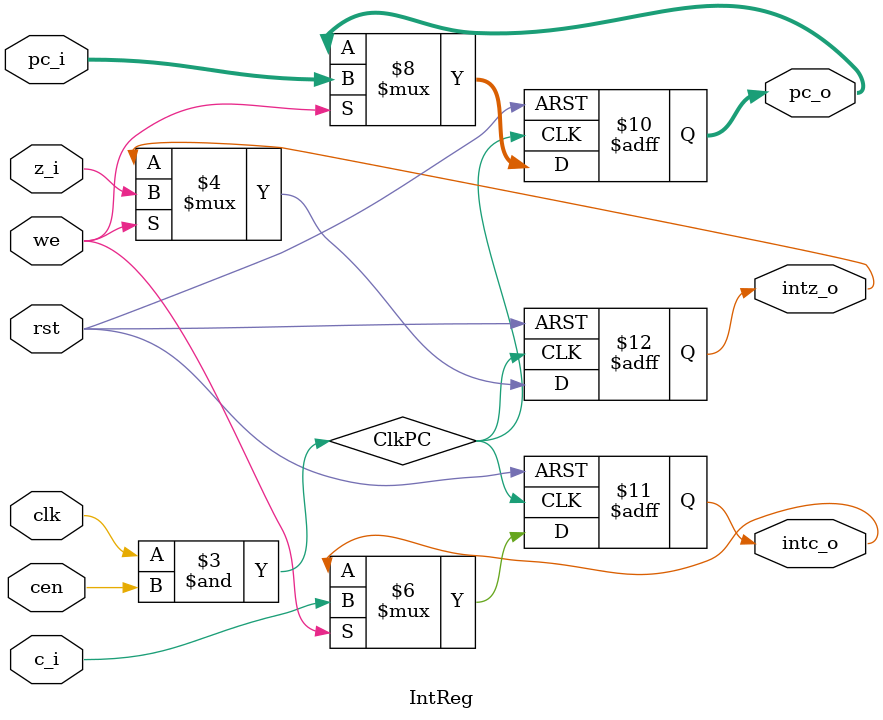
<source format=sv>
module IntReg (
	input  logic [11:0] pc_i,
	input  logic 		  c_i,
	input  logic 		  z_i,
	input  logic 		  clk,
	input  logic 		  cen,
	input  logic 		  rst,
	input  logic 		  we,
	output logic [11:0] pc_o,
	output logic 		  intc_o,
	output logic 		  intz_o
);

	logic ClkPC;
	
	always_ff @(posedge ClkPC or posedge rst) 
	begin
			if (rst) begin
				pc_o   <= 12'h000;
				intc_o <= 1'b0;
				intz_o <= 1'b0;
			end
			else if (we) begin
				pc_o   <= pc_i;
				intc_o <= c_i;
				intz_o <= z_i;
			end
	end

	always_comb begin
		ClkPC = clk & cen;
	end
endmodule 
</source>
